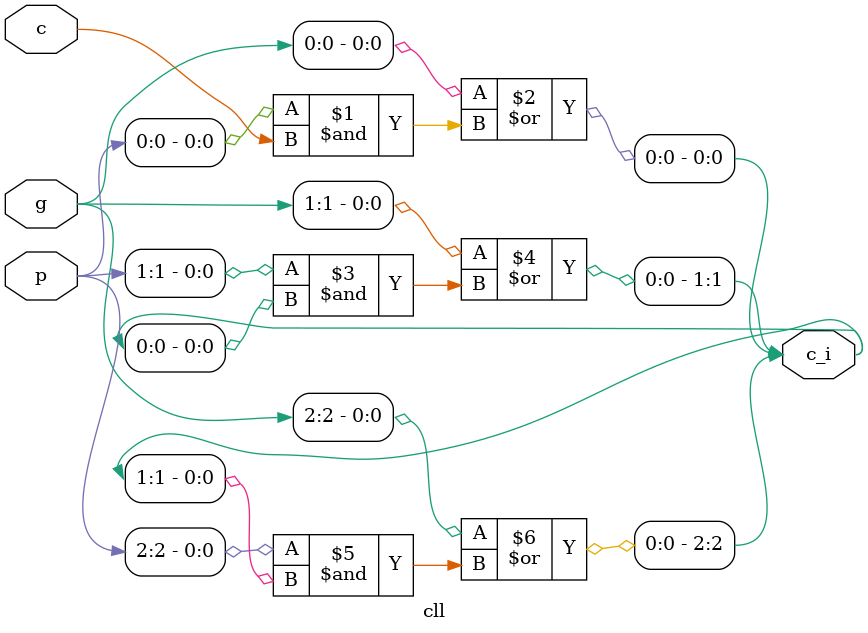
<source format=sv>
`timescale 1ns / 1ps



module cll(
    input c,
    input [2:0] g, //for the 3 FAPG Modules 3 bit numbers
    input [2:0] p, //for the 3 FAPG Modules 3 bit numbers
    output [2:0] c_i
    );

    //Wires

//The carry output Boolean function of each stage in a 4 stage carry lookahead adder
assign #1 c_i[0] = g[0] | (p[0] & c);
assign #1 c_i[1] = g[1] | (p[1] & c_i[0]);
//assign c_i[2] = g[2] | (p[2] & c_i[1]);
assign #1 c_i[2] = g[2] | (p[2] & c_i[1]);


endmodule

</source>
